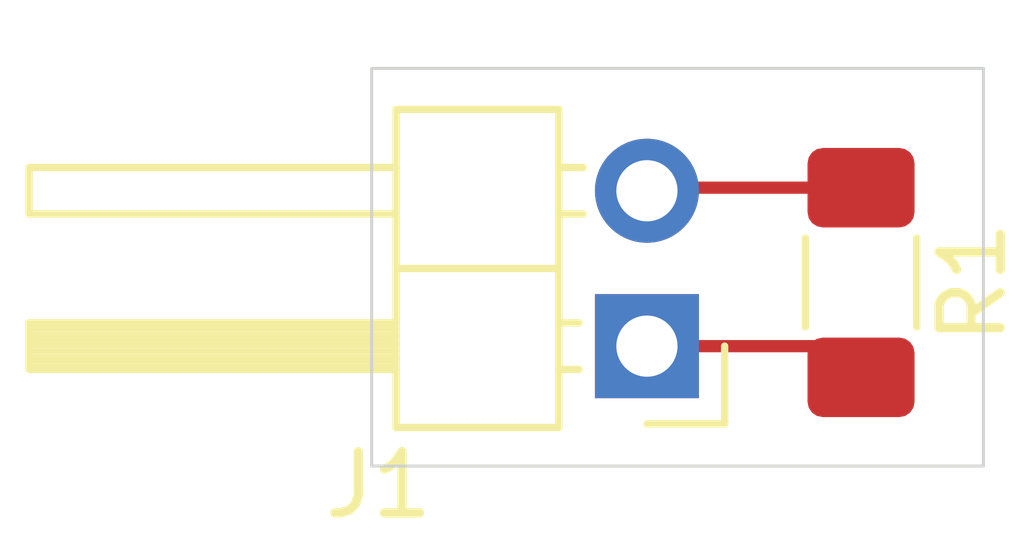
<source format=kicad_pcb>
(kicad_pcb (version 20240108) (generator "pcbnew") (generator_version "8.0")
  (layers (0 "F.Cu" signal) (31 "B.Cu" signal) (34 "B.Paste" user) (35 "F.Paste" user) (36 "B.SilkS" user "B.Silkscreen") (37 "F.SilkS" user "F.Silkscreen") (38 "B.Mask" user) (39 "F.Mask" user) (44 "Edge.Cuts" user))
  (net 0 "")
  (net 1 "Net-(J1-Pin_1)")
  (net 2 "Net-(J1-Pin_2)")
  (footprint "Resistor_SMD:R_1206_3216Metric_Pad1.30x1.75mm_HandSolder" (layer "F.Cu") (at 134 90.5 -90)
    (property "Reference" "R1" (at 0 -1.82 90) (layer "F.SilkS"))
    (property "Value" "120R")
    (fp_line (start -0.727064 0.91) (end 0.727064 0.91) (stroke (width 0.12)) (layer "F.SilkS"))
    (fp_line (start -0.727064 -0.91) (end 0.727064 -0.91) (stroke (width 0.12)) (layer "F.SilkS"))
    (pad "1" smd roundrect (at -1.55 0 270) (size 1.3 1.75) (layers "F.Cu" "F.Paste" "F.Mask") (roundrect_rratio 0.192308) (net 2 "Net-(J1-Pin_2)"))
    (pad "2" smd roundrect (at 1.55 0 270) (size 1.3 1.75) (layers "F.Cu" "F.Paste" "F.Mask") (roundrect_rratio 0.192308) (net 1 "Net-(J1-Pin_1)"))
  )
  (footprint "Connector_PinHeader_2.54mm:PinHeader_1x02_P2.54mm_Horizontal" (layer "F.Cu") (at 130.5 91.54 180)
    (property "Reference" "J1" (at 4.385 -2.27 180) (layer "F.SilkS"))
    (property "Value" "Conn_01x02")
    (fp_line (start 10.1 2.92) (end 4.1 2.92) (stroke (width 0.12)) (layer "F.SilkS"))
    (fp_line (start 10.1 2.16) (end 10.1 2.92) (stroke (width 0.12)) (layer "F.SilkS"))
    (fp_line (start 10.1 0.38) (end 4.1 0.38) (stroke (width 0.12)) (layer "F.SilkS"))
    (fp_line (start 10.1 -0.38) (end 10.1 0.38) (stroke (width 0.12)) (layer "F.SilkS"))
    (fp_line (start 4.1 3.87) (end 4.1 -1.33) (stroke (width 0.12)) (layer "F.SilkS"))
    (fp_line (start 4.1 2.16) (end 10.1 2.16) (stroke (width 0.12)) (layer "F.SilkS"))
    (fp_line (start 4.1 0.28) (end 10.1 0.28) (stroke (width 0.12)) (layer "F.SilkS"))
    (fp_line (start 4.1 0.16) (end 10.1 0.16) (stroke (width 0.12)) (layer "F.SilkS"))
    (fp_line (start 4.1 0.04) (end 10.1 0.04) (stroke (width 0.12)) (layer "F.SilkS"))
    (fp_line (start 4.1 -0.08) (end 10.1 -0.08) (stroke (width 0.12)) (layer "F.SilkS"))
    (fp_line (start 4.1 -0.2) (end 10.1 -0.2) (stroke (width 0.12)) (layer "F.SilkS"))
    (fp_line (start 4.1 -0.32) (end 10.1 -0.32) (stroke (width 0.12)) (layer "F.SilkS"))
    (fp_line (start 4.1 -0.38) (end 10.1 -0.38) (stroke (width 0.12)) (layer "F.SilkS"))
    (fp_line (start 4.1 -1.33) (end 1.44 -1.33) (stroke (width 0.12)) (layer "F.SilkS"))
    (fp_line (start 1.44 3.87) (end 4.1 3.87) (stroke (width 0.12)) (layer "F.SilkS"))
    (fp_line (start 1.44 1.27) (end 4.1 1.27) (stroke (width 0.12)) (layer "F.SilkS"))
    (fp_line (start 1.44 -1.33) (end 1.44 3.87) (stroke (width 0.12)) (layer "F.SilkS"))
    (fp_line (start 1.11 0.38) (end 1.44 0.38) (stroke (width 0.12)) (layer "F.SilkS"))
    (fp_line (start 1.11 -0.38) (end 1.44 -0.38) (stroke (width 0.12)) (layer "F.SilkS"))
    (fp_line (start 1.042929 2.92) (end 1.44 2.92) (stroke (width 0.12)) (layer "F.SilkS"))
    (fp_line (start 1.042929 2.16) (end 1.44 2.16) (stroke (width 0.12)) (layer "F.SilkS"))
    (fp_line (start -1.27 0) (end -1.27 -1.27) (stroke (width 0.12)) (layer "F.SilkS"))
    (fp_line (start -1.27 -1.27) (end 0 -1.27) (stroke (width 0.12)) (layer "F.SilkS"))
    (pad "1" thru_hole rect (at 0 0 180) (size 1.7 1.7) (drill 1) (layers "*.Cu" "*.Mask") (net 1 "Net-(J1-Pin_1)"))
    (pad "2" thru_hole oval (at 0 2.54 180) (size 1.7 1.7) (drill 1) (layers "*.Cu" "*.Mask") (net 2 "Net-(J1-Pin_2)"))
  )
  (gr_rect (start 126 87) (end 136 93.5) (stroke (width 0.05)) (fill none) (layer "Edge.Cuts"))
  (segment (start 130.5 91.54) (end 133.49 91.54) (width 0.2) (layer "F.Cu") (net 1))
  (segment (start 133.49 91.54) (end 134 92.05) (width 0.2) (layer "F.Cu") (net 1))
  (segment (start 131.05 88.95) (end 134 88.95) (width 0.2) (layer "F.Cu") (net 2))
  (segment (start 130.5 89) (end 131 89) (width 0.2) (layer "F.Cu") (net 2))
  (segment (start 131 89) (end 131.05 88.95) (width 0.2) (layer "F.Cu") (net 2))
)
</source>
